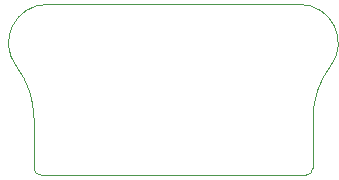
<source format=gbr>
%TF.GenerationSoftware,KiCad,Pcbnew,8.0.7-8.0.7-0~ubuntu24.04.1*%
%TF.CreationDate,2024-12-14T15:03:20-08:00*%
%TF.ProjectId,TEE-CAN,5445452d-4341-44e2-9e6b-696361645f70,1*%
%TF.SameCoordinates,Original*%
%TF.FileFunction,Profile,NP*%
%FSLAX46Y46*%
G04 Gerber Fmt 4.6, Leading zero omitted, Abs format (unit mm)*
G04 Created by KiCad (PCBNEW 8.0.7-8.0.7-0~ubuntu24.04.1) date 2024-12-14 15:03:20*
%MOMM*%
%LPD*%
G01*
G04 APERTURE LIST*
%TA.AperFunction,Profile*%
%ADD10C,0.076200*%
%TD*%
G04 APERTURE END LIST*
D10*
X220002147Y-126380500D02*
G75*
G02*
X222599323Y-131617421I-47J-3262500D01*
G01*
X198120000Y-140843000D02*
G75*
G02*
X197485000Y-140208000I0J635000D01*
G01*
X221125000Y-135993020D02*
G75*
G02*
X222599341Y-131617434I7230100J20D01*
G01*
X221125000Y-140208000D02*
G75*
G02*
X220490000Y-140843000I-635000J0D01*
G01*
X197485000Y-135993003D02*
X197485000Y-140208000D01*
X221125000Y-140208000D02*
X221125000Y-135993020D01*
X196010643Y-131617446D02*
G75*
G02*
X197485000Y-135993003I-5755643J-4375554D01*
G01*
X196010643Y-131617446D02*
G75*
G02*
X198607847Y-126380538I2597157J1974446D01*
G01*
X198120000Y-140843000D02*
X220490000Y-140843000D01*
X220002147Y-126380500D02*
X198607847Y-126380500D01*
M02*

</source>
